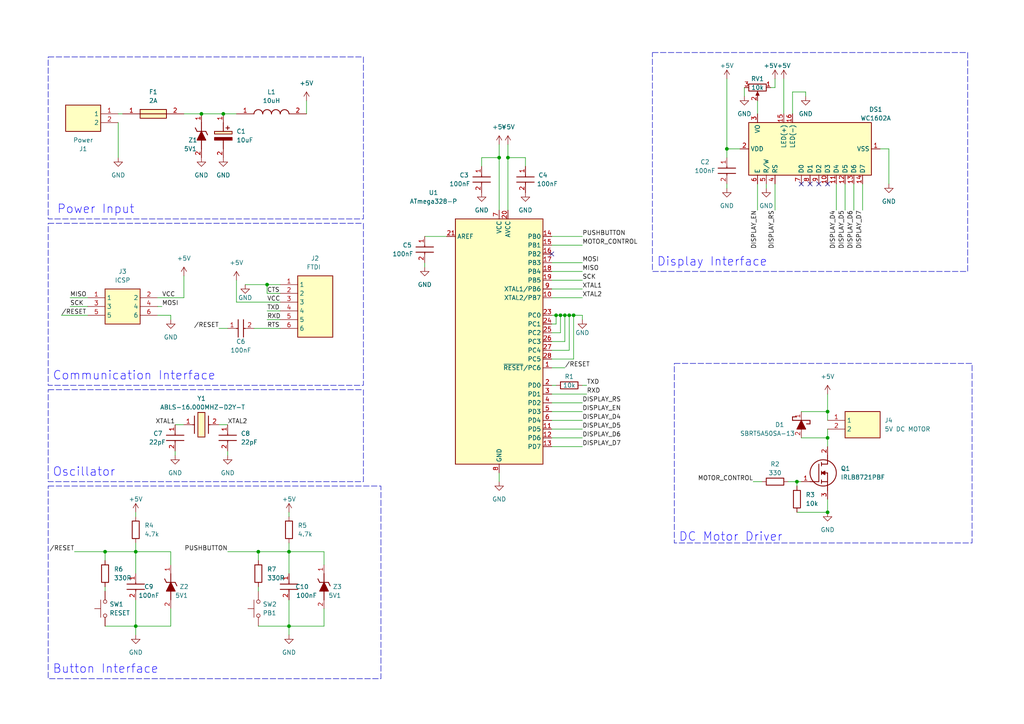
<source format=kicad_sch>
(kicad_sch (version 20230121) (generator eeschema)
  (paper "A4")
  (title_block (title "Desafio Hardware/Firmware - Sillion") (date "2023-10-09") (rev "1") (company "Leonardo da Silva Pereira"))
  (lib_symbols
    (symbol "Device:R" (pin_numbers hide) (pin_names (offset 0))
      (property "Reference" "R" (at 2.032 0 90))
      (property "Value" "R" (at 0 0 90))
      (symbol "R_1_1"
        (pin passive line (at 0 3.81 270) (length 1.27) (name "~") (number "1"))
        (pin passive line (at 0 -3.81 90) (length 1.27) (name "~") (number "2"))
      )
    )
    (symbol "Device:R_Potentiometer" (pin_names (offset 1.016) hide)
      (property "Reference" "RV" (at -4.445 0 90))
      (property "Value" "R_Potentiometer" (at -2.54 0 90))
      (symbol "R_Potentiometer_1_1"
        (pin passive line (at 0 3.81 270) (length 1.27) (name "1") (number "1"))
        (pin passive line (at 3.81 0 180) (length 1.27) (name "2") (number "2"))
        (pin passive line (at 0 -3.81 90) (length 1.27) (name "3") (number "3"))
      )
    )
    (symbol "Display_Character:WC1602A"
      (property "Reference" "DS" (at -5.842 19.05 0))
      (property "Value" "WC1602A" (at 5.334 19.05 0))
      (symbol "WC1602A_1_1"
        (pin power_in line (at 0 -20.32 90) (length 2.54) (name "VSS") (number "1"))
        (pin input line (at -10.16 -5.08 0) (length 2.54) (name "D3") (number "10"))
        (pin input line (at -10.16 -7.62 0) (length 2.54) (name "D4") (number "11"))
        (pin input line (at -10.16 -10.16 0) (length 2.54) (name "D5") (number "12"))
        (pin input line (at -10.16 -12.7 0) (length 2.54) (name "D6") (number "13"))
        (pin input line (at -10.16 -15.24 0) (length 2.54) (name "D7") (number "14"))
        (pin power_in line (at 10.16 7.62 180) (length 2.54) (name "LED(+)") (number "15"))
        (pin power_in line (at 10.16 5.08 180) (length 2.54) (name "LED(-)") (number "16"))
        (pin power_in line (at 0 20.32 270) (length 2.54) (name "VDD") (number "2"))
        (pin input line (at 10.16 15.24 180) (length 2.54) (name "VO") (number "3"))
        (pin input line (at -10.16 10.16 0) (length 2.54) (name "RS") (number "4"))
        (pin input line (at -10.16 12.7 0) (length 2.54) (name "R/W") (number "5"))
        (pin input line (at -10.16 15.24 0) (length 2.54) (name "E") (number "6"))
        (pin input line (at -10.16 2.54 0) (length 2.54) (name "D0") (number "7"))
        (pin input line (at -10.16 0 0) (length 2.54) (name "D1") (number "8"))
        (pin input line (at -10.16 -2.54 0) (length 2.54) (name "D2") (number "9"))
      )
    )
    (symbol "MCU_Microchip_ATmega:ATmega328-P"
      (property "Reference" "U" (at -12.7 36.83 0))
      (property "Value" "ATmega328-P" (at 2.54 -36.83 0))
      (symbol "ATmega328-P_1_1"
        (pin bidirectional line (at 15.24 -7.62 180) (length 2.54) (name "~{RESET}/PC6") (number "1"))
        (pin bidirectional line (at 15.24 12.7 180) (length 2.54) (name "XTAL2/PB7") (number "10"))
        (pin bidirectional line (at 15.24 -25.4 180) (length 2.54) (name "PD5") (number "11"))
        (pin bidirectional line (at 15.24 -27.94 180) (length 2.54) (name "PD6") (number "12"))
        (pin bidirectional line (at 15.24 -30.48 180) (length 2.54) (name "PD7") (number "13"))
        (pin bidirectional line (at 15.24 30.48 180) (length 2.54) (name "PB0") (number "14"))
        (pin bidirectional line (at 15.24 27.94 180) (length 2.54) (name "PB1") (number "15"))
        (pin bidirectional line (at 15.24 25.4 180) (length 2.54) (name "PB2") (number "16"))
        (pin bidirectional line (at 15.24 22.86 180) (length 2.54) (name "PB3") (number "17"))
        (pin bidirectional line (at 15.24 20.32 180) (length 2.54) (name "PB4") (number "18"))
        (pin bidirectional line (at 15.24 17.78 180) (length 2.54) (name "PB5") (number "19"))
        (pin bidirectional line (at 15.24 -12.7 180) (length 2.54) (name "PD0") (number "2"))
        (pin power_in line (at 2.54 38.1 270) (length 2.54) (name "AVCC") (number "20"))
        (pin passive line (at -15.24 30.48 0) (length 2.54) (name "AREF") (number "21"))
        (pin passive line (at 0 -38.1 90) (length 2.54) hide (name "GND") (number "22"))
        (pin bidirectional line (at 15.24 7.62 180) (length 2.54) (name "PC0") (number "23"))
        (pin bidirectional line (at 15.24 5.08 180) (length 2.54) (name "PC1") (number "24"))
        (pin bidirectional line (at 15.24 2.54 180) (length 2.54) (name "PC2") (number "25"))
        (pin bidirectional line (at 15.24 0 180) (length 2.54) (name "PC3") (number "26"))
        (pin bidirectional line (at 15.24 -2.54 180) (length 2.54) (name "PC4") (number "27"))
        (pin bidirectional line (at 15.24 -5.08 180) (length 2.54) (name "PC5") (number "28"))
        (pin bidirectional line (at 15.24 -15.24 180) (length 2.54) (name "PD1") (number "3"))
        (pin bidirectional line (at 15.24 -17.78 180) (length 2.54) (name "PD2") (number "4"))
        (pin bidirectional line (at 15.24 -20.32 180) (length 2.54) (name "PD3") (number "5"))
        (pin bidirectional line (at 15.24 -22.86 180) (length 2.54) (name "PD4") (number "6"))
        (pin power_in line (at 0 38.1 270) (length 2.54) (name "VCC") (number "7"))
        (pin power_in line (at 0 -38.1 90) (length 2.54) (name "GND") (number "8"))
        (pin bidirectional line (at 15.24 15.24 180) (length 2.54) (name "XTAL1/PB6") (number "9"))
      )
    )
    (symbol "SW_Push_1" (pin_numbers hide) (pin_names (offset 1.016) hide)
      (property "Reference" "SW1" (at 1.27 -1.27 90))
      (property "Value" "RESET" (at -1.27 -1.27 90))
      (symbol "SW_Push_1_1_1"
        (pin passive line (at -5.08 0 0) (length 2.54) (name "1") (number "1"))
        (pin passive line (at -5.08 0 0) (length 2.54) hide (name "2") (number "2"))
        (pin passive line (at 5.08 0 180) (length 2.54) (name "3") (number "3"))
        (pin passive line (at 5.08 0 180) (length 2.54) hide (name "4") (number "4"))
      )
    )
    (symbol "SamacSys_Parts:08055A220FAT2A" (pin_names hide)
      (property "Reference" "C10" (at 5.08 3.81 90))
      (property "Value" "08055A220FAT2A" (at 7.62 3.81 90))
      (symbol "08055A220FAT2A_1_1"
        (pin passive line (at 2.54 0 0) (length 2.54) (name "1") (number "1"))
        (pin passive line (at 10.16 0 180) (length 2.54) (name "2") (number "2"))
      )
    )
    (symbol "SamacSys_Parts:1731721"
      (property "Reference" "J" (at 16.51 7.62 0))
      (property "Value" "1731721" (at 16.51 5.08 0))
      (symbol "1731721_1_1"
        (pin passive line (at 0 0 0) (length 5.08) (name "1") (number "1"))
        (pin passive line (at 0 -2.54 0) (length 5.08) (name "2") (number "2"))
      )
    )
    (symbol "SamacSys_Parts:39512000000" (pin_names hide)
      (property "Reference" "F" (at 13.97 6.35 0))
      (property "Value" "39512000000" (at 13.97 3.81 0))
      (symbol "39512000000_1_1"
        (pin passive line (at 0 0 0) (length 5.08) (name "1") (number "1"))
        (pin passive line (at 17.78 0 180) (length 5.08) (name "2") (number "2"))
      )
    )
    (symbol "SamacSys_Parts:ABLS-16.000MHZ-D2Y-T" (pin_names hide)
      (property "Reference" "Y" (at 8.89 6.35 0))
      (property "Value" "ABLS-16.000MHZ-D2Y-T" (at 8.89 3.81 0))
      (symbol "ABLS-16.000MHZ-D2Y-T_1_1"
        (pin passive line (at 0 0 0) (length 2.54) (name "1") (number "1"))
        (pin passive line (at 10.16 0 180) (length 2.54) (name "2") (number "2"))
      )
    )
    (symbol "SamacSys_Parts:EEE-FTH100UAR" (pin_names hide)
      (property "Reference" "C" (at 8.89 6.35 0))
      (property "Value" "EEE-FTH100UAR" (at 8.89 3.81 0))
      (symbol "EEE-FTH100UAR_1_1"
        (pin passive line (at 0 0 0) (length 2.54) (name "+") (number "1"))
        (pin passive line (at 12.7 0 180) (length 2.54) (name "-") (number "2"))
      )
    )
    (symbol "SamacSys_Parts:HTSW-106-07-T-S"
      (property "Reference" "J" (at 16.51 7.62 0))
      (property "Value" "HTSW-106-07-T-S" (at 16.51 5.08 0))
      (symbol "HTSW-106-07-T-S_1_1"
        (pin passive line (at 0 0 0) (length 5.08) (name "1") (number "1"))
        (pin passive line (at 0 -2.54 0) (length 5.08) (name "2") (number "2"))
        (pin passive line (at 0 -5.08 0) (length 5.08) (name "3") (number "3"))
        (pin passive line (at 0 -7.62 0) (length 5.08) (name "4") (number "4"))
        (pin passive line (at 0 -10.16 0) (length 5.08) (name "5") (number "5"))
        (pin passive line (at 0 -12.7 0) (length 5.08) (name "6") (number "6"))
      )
    )
    (symbol "SamacSys_Parts:IRLB8721PBF" (pin_names hide)
      (property "Reference" "Q" (at 11.43 3.81 0))
      (property "Value" "IRLB8721PBF" (at 11.43 1.27 0))
      (symbol "IRLB8721PBF_1_1"
        (pin passive line (at 0 0 0) (length 2.54) (name "G") (number "1"))
        (pin passive line (at 7.62 10.16 270) (length 2.54) (name "D") (number "2"))
        (pin passive line (at 7.62 -5.08 90) (length 2.54) (name "S") (number "3"))
      )
    )
    (symbol "SamacSys_Parts:PTZTFTE255.1B" (pin_names hide)
      (property "Reference" "Z1" (at 6.35 3.81 90))
      (property "Value" "PTZTFTE255.1B" (at 8.89 3.81 90))
      (symbol "PTZTFTE255.1B_1_1"
        (pin passive line (at 0 0 0) (length 2.54) (name "K") (number "1"))
        (pin passive line (at 12.7 0 180) (length 2.54) (name "A") (number "2"))
      )
    )
    (symbol "SamacSys_Parts:SBRT5A50SA-13" (pin_names hide)
      (property "Reference" "D1" (at 8.89 3.81 90))
      (property "Value" "SBRT5A50SA-13" (at 11.43 3.81 90))
      (symbol "SBRT5A50SA-13_1_1"
        (pin passive line (at 5.08 0 0) (length 2.54) (name "K") (number "1"))
        (pin passive line (at 12.7 0 180) (length 2.54) (name "A") (number "2"))
      )
    )
    (symbol "SamacSys_Parts:SRP4012CC-3R3M" (pin_names hide)
      (property "Reference" "L" (at 16.51 6.35 0))
      (property "Value" "SRP4012CC-3R3M" (at 16.51 3.81 0))
      (symbol "SRP4012CC-3R3M_1_1"
        (pin passive line (at 0 0 0) (length 5.08) (name "1") (number "1"))
        (pin passive line (at 20.32 0 180) (length 5.08) (name "2") (number "2"))
      )
    )
    (symbol "SamacSys_Parts:TSW-103-23-T-D"
      (property "Reference" "J" (at 16.51 7.62 0))
      (property "Value" "TSW-103-23-T-D" (at 16.51 5.08 0))
      (symbol "TSW-103-23-T-D_1_1"
        (pin passive line (at 0 0 0) (length 5.08) (name "1") (number "1"))
        (pin passive line (at 20.32 0 180) (length 5.08) (name "2") (number "2"))
        (pin passive line (at 0 -2.54 0) (length 5.08) (name "3") (number "3"))
        (pin passive line (at 20.32 -2.54 180) (length 5.08) (name "4") (number "4"))
        (pin passive line (at 0 -5.08 0) (length 5.08) (name "5") (number "5"))
        (pin passive line (at 20.32 -5.08 180) (length 5.08) (name "6") (number "6"))
      )
    )
    (symbol "SamacSys_Parts:VJ0805Y104MXAMR" (pin_names hide)
      (property "Reference" "C6" (at 6.35 7.62 0))
      (property "Value" "VJ0805Y104MXAMR" (at 6.35 5.08 0))
      (symbol "VJ0805Y104MXAMR_1_1"
        (pin passive line (at 2.54 0 0) (length 2.54) (name "1") (number "1"))
        (pin passive line (at 10.16 0 180) (length 2.54) (name "2") (number "2"))
      )
    )
    (symbol "power:+5V" (power) (pin_names (offset 0))
      (property "Value" "+5V" (at 0 3.556 0))
      (symbol "+5V_1_1"
        (pin power_in line (at 0 0 90) (length 0) hide (name "+5V") (number "1"))
      )
    )
    (symbol "power:GND" (power) (pin_names (offset 0))
      (property "Value" "GND" (at 0 -3.81 0))
      (symbol "GND_1_1"
        (pin power_in line (at 0 0 270) (length 0) hide (name "GND") (number "1"))
      )
    )
  )
  (junction (at 166.37 91.44))
  (junction (at 231.14 139.7))
  (junction (at 83.82 160.02))
  (junction (at 77.47 82.55))
  (junction (at 240.03 148.59))
  (junction (at 39.37 181.61))
  (junction (at 163.83 91.44))
  (junction (at 210.82 43.18))
  (junction (at 144.78 45.72))
  (junction (at 64.77 33.02))
  (junction (at 147.32 45.72))
  (junction (at 30.48 160.02))
  (junction (at 161.29 91.44))
  (junction (at 165.1 91.44))
  (junction (at 83.82 181.61))
  (junction (at 240.03 119.38))
  (junction (at 39.37 160.02))
  (junction (at 74.93 160.02))
  (junction (at 240.03 127))
  (junction (at 162.56 91.44))
  (junction (at 58.42 33.02))
  (no_connect (at 232.41 53.34))
  (no_connect (at 237.49 53.34))
  (no_connect (at 160.02 73.66))
  (no_connect (at 234.95 53.34))
  (no_connect (at 240.03 53.34))
  (wire (pts (xy 231.14 139.7) (xy 231.14 140.97)))
  (wire (pts (xy 240.03 144.78) (xy 240.03 148.59)))
  (wire (pts (xy 21.59 160.02) (xy 30.48 160.02)))
  (wire (pts (xy 50.8 130.81) (xy 50.8 132.08)))
  (wire (pts (xy 81.28 87.63) (xy 68.58 87.63)))
  (wire (pts (xy 39.37 157.48) (xy 39.37 160.02)))
  (wire (pts (xy 39.37 160.02) (xy 49.53 160.02)))
  (wire (pts (xy 240.03 127) (xy 240.03 129.54)))
  (wire (pts (xy 64.77 33.02) (xy 68.58 33.02)))
  (wire (pts (xy 77.47 85.09) (xy 77.47 82.55)))
  (wire (pts (xy 160.02 101.6) (xy 165.1 101.6)))
  (wire (pts (xy 49.53 91.44) (xy 49.53 92.71)))
  (wire (pts (xy 34.29 35.56) (xy 34.29 45.72)))
  (wire (pts (xy 160.02 106.68) (xy 163.83 106.68)))
  (wire (pts (xy 232.41 127) (xy 240.03 127)))
  (wire (pts (xy 83.82 160.02) (xy 83.82 166.37)))
  (wire (pts (xy 231.14 139.7) (xy 232.41 139.7)))
  (wire (pts (xy 222.25 53.34) (xy 222.25 54.61)))
  (wire (pts (xy 53.34 123.19) (xy 50.8 123.19)))
  (wire (pts (xy 45.72 86.36) (xy 53.34 86.36)))
  (wire (pts (xy 77.47 92.71) (xy 81.28 92.71)))
  (wire (pts (xy 168.91 111.76) (xy 170.18 111.76)))
  (wire (pts (xy 123.19 68.58) (xy 129.54 68.58)))
  (wire (pts (xy 88.9 29.21) (xy 88.9 33.02)))
  (wire (pts (xy 83.82 160.02) (xy 93.98 160.02)))
  (wire (pts (xy 93.98 163.83) (xy 93.98 160.02)))
  (wire (pts (xy 53.34 33.02) (xy 58.42 33.02)))
  (wire (pts (xy 228.6 139.7) (xy 231.14 139.7)))
  (wire (pts (xy 30.48 160.02) (xy 39.37 160.02)))
  (wire (pts (xy 160.02 104.14) (xy 166.37 104.14)))
  (wire (pts (xy 39.37 173.99) (xy 39.37 181.61)))
  (wire (pts (xy 66.04 160.02) (xy 74.93 160.02)))
  (wire (pts (xy 168.91 92.71) (xy 168.91 91.44)))
  (wire (pts (xy 210.82 43.18) (xy 210.82 22.86)))
  (wire (pts (xy 144.78 60.96) (xy 144.78 45.72)))
  (wire (pts (xy 227.33 22.86) (xy 227.33 33.02)))
  (wire (pts (xy 74.93 171.45) (xy 74.93 170.18)))
  (wire (pts (xy 20.32 88.9) (xy 25.4 88.9)))
  (wire (pts (xy 160.02 116.84) (xy 168.91 116.84)))
  (wire (pts (xy 49.53 160.02) (xy 49.53 163.83)))
  (wire (pts (xy 161.29 111.76) (xy 160.02 111.76)))
  (wire (pts (xy 224.79 25.4) (xy 223.52 25.4)))
  (wire (pts (xy 160.02 78.74) (xy 168.91 78.74)))
  (wire (pts (xy 224.79 53.34) (xy 224.79 60.96)))
  (wire (pts (xy 219.71 53.34) (xy 219.71 60.96)))
  (wire (pts (xy 147.32 60.96) (xy 147.32 45.72)))
  (wire (pts (xy 45.72 91.44) (xy 49.53 91.44)))
  (wire (pts (xy 81.28 85.09) (xy 77.47 85.09)))
  (wire (pts (xy 247.65 53.34) (xy 247.65 60.96)))
  (wire (pts (xy 74.93 162.56) (xy 74.93 160.02)))
  (wire (pts (xy 144.78 41.91) (xy 144.78 45.72)))
  (wire (pts (xy 240.03 114.3) (xy 240.03 119.38)))
  (wire (pts (xy 162.56 91.44) (xy 161.29 91.44)))
  (wire (pts (xy 63.5 95.25) (xy 66.04 95.25)))
  (wire (pts (xy 83.82 173.99) (xy 83.82 181.61)))
  (wire (pts (xy 34.29 33.02) (xy 35.56 33.02)))
  (wire (pts (xy 160.02 96.52) (xy 162.56 96.52)))
  (wire (pts (xy 257.81 43.18) (xy 257.81 53.34)))
  (wire (pts (xy 123.19 76.2) (xy 123.19 77.47)))
  (wire (pts (xy 163.83 99.06) (xy 163.83 91.44)))
  (wire (pts (xy 240.03 119.38) (xy 240.03 121.92)))
  (wire (pts (xy 49.53 176.53) (xy 49.53 181.61)))
  (wire (pts (xy 77.47 82.55) (xy 81.28 82.55)))
  (wire (pts (xy 160.02 76.2) (xy 168.91 76.2)))
  (wire (pts (xy 74.93 181.61) (xy 83.82 181.61)))
  (wire (pts (xy 160.02 83.82) (xy 168.91 83.82)))
  (wire (pts (xy 210.82 43.18) (xy 210.82 45.72)))
  (wire (pts (xy 215.9 27.94) (xy 215.9 25.4)))
  (wire (pts (xy 39.37 181.61) (xy 49.53 181.61)))
  (wire (pts (xy 71.12 82.55) (xy 77.47 82.55)))
  (wire (pts (xy 63.5 123.19) (xy 66.04 123.19)))
  (wire (pts (xy 83.82 181.61) (xy 93.98 181.61)))
  (wire (pts (xy 147.32 41.91) (xy 147.32 45.72)))
  (wire (pts (xy 160.02 81.28) (xy 168.91 81.28)))
  (wire (pts (xy 160.02 71.12) (xy 168.91 71.12)))
  (wire (pts (xy 210.82 53.34) (xy 210.82 54.61)))
  (wire (pts (xy 233.68 26.67) (xy 233.68 27.94)))
  (wire (pts (xy 93.98 176.53) (xy 93.98 181.61)))
  (wire (pts (xy 66.04 130.81) (xy 66.04 132.08)))
  (wire (pts (xy 160.02 127) (xy 168.91 127)))
  (wire (pts (xy 232.41 119.38) (xy 240.03 119.38)))
  (wire (pts (xy 165.1 91.44) (xy 163.83 91.44)))
  (wire (pts (xy 229.87 33.02) (xy 229.87 26.67)))
  (wire (pts (xy 214.63 43.18) (xy 210.82 43.18)))
  (wire (pts (xy 45.72 88.9) (xy 46.99 88.9)))
  (wire (pts (xy 83.82 181.61) (xy 83.82 184.15)))
  (wire (pts (xy 166.37 104.14) (xy 166.37 91.44)))
  (wire (pts (xy 242.57 53.34) (xy 242.57 60.96)))
  (wire (pts (xy 39.37 160.02) (xy 39.37 166.37)))
  (wire (pts (xy 144.78 137.16) (xy 144.78 139.7)))
  (wire (pts (xy 166.37 91.44) (xy 165.1 91.44)))
  (wire (pts (xy 74.93 160.02) (xy 83.82 160.02)))
  (wire (pts (xy 58.42 33.02) (xy 64.77 33.02)))
  (wire (pts (xy 160.02 114.3) (xy 170.18 114.3)))
  (wire (pts (xy 160.02 129.54) (xy 168.91 129.54)))
  (wire (pts (xy 168.91 91.44) (xy 166.37 91.44)))
  (wire (pts (xy 160.02 68.58) (xy 168.91 68.58)))
  (wire (pts (xy 160.02 86.36) (xy 168.91 86.36)))
  (wire (pts (xy 30.48 171.45) (xy 30.48 170.18)))
  (wire (pts (xy 250.19 53.34) (xy 250.19 60.96)))
  (wire (pts (xy 152.4 45.72) (xy 152.4 48.26)))
  (wire (pts (xy 162.56 96.52) (xy 162.56 91.44)))
  (wire (pts (xy 73.66 95.25) (xy 81.28 95.25)))
  (wire (pts (xy 139.7 45.72) (xy 144.78 45.72)))
  (wire (pts (xy 39.37 181.61) (xy 39.37 184.15)))
  (wire (pts (xy 160.02 124.46) (xy 168.91 124.46)))
  (wire (pts (xy 68.58 81.28) (xy 68.58 87.63)))
  (wire (pts (xy 39.37 148.59) (xy 39.37 149.86)))
  (wire (pts (xy 245.11 53.34) (xy 245.11 60.96)))
  (wire (pts (xy 240.03 124.46) (xy 240.03 127)))
  (wire (pts (xy 30.48 162.56) (xy 30.48 160.02)))
  (wire (pts (xy 83.82 157.48) (xy 83.82 160.02)))
  (wire (pts (xy 83.82 148.59) (xy 83.82 149.86)))
  (wire (pts (xy 160.02 93.98) (xy 161.29 93.98)))
  (wire (pts (xy 77.47 90.17) (xy 81.28 90.17)))
  (wire (pts (xy 20.32 86.36) (xy 25.4 86.36)))
  (wire (pts (xy 160.02 121.92) (xy 168.91 121.92)))
  (wire (pts (xy 229.87 26.67) (xy 233.68 26.67)))
  (wire (pts (xy 30.48 181.61) (xy 39.37 181.61)))
  (wire (pts (xy 255.27 43.18) (xy 257.81 43.18)))
  (wire (pts (xy 165.1 101.6) (xy 165.1 91.44)))
  (wire (pts (xy 53.34 86.36) (xy 53.34 80.01)))
  (wire (pts (xy 218.44 139.7) (xy 220.98 139.7)))
  (wire (pts (xy 160.02 99.06) (xy 163.83 99.06)))
  (wire (pts (xy 139.7 45.72) (xy 139.7 48.26)))
  (wire (pts (xy 147.32 45.72) (xy 152.4 45.72)))
  (wire (pts (xy 160.02 119.38) (xy 168.91 119.38)))
  (wire (pts (xy 219.71 33.02) (xy 219.71 29.21)))
  (wire (pts (xy 161.29 93.98) (xy 161.29 91.44)))
  (wire (pts (xy 17.78 91.44) (xy 25.4 91.44)))
  (wire (pts (xy 161.29 91.44) (xy 160.02 91.44)))
  (wire (pts (xy 224.79 25.4) (xy 224.79 22.86)))
  (wire (pts (xy 231.14 148.59) (xy 240.03 148.59)))
  (wire (pts (xy 163.83 91.44) (xy 162.56 91.44)))
  (rectangle (start 13.97 64.77) (end 105.41 111.76) (stroke (width 0) (type dash)))
  (rectangle (start 13.97 16.51) (end 105.41 63.5) (stroke (width 0) (type dash)))
  (rectangle (start 13.97 113.03) (end 105.41 139.7) (stroke (width 0) (type dash)))
  (rectangle (start 195.58 105.41) (end 281.94 157.48) (stroke (width 0) (type dash)))
  (rectangle (start 13.97 140.97) (end 110.49 196.85) (stroke (width 0) (type dash)))
  (rectangle (start 189.23 15.24) (end 280.67 78.74) (stroke (width 0) (type dash)))
  (text "Display Interface\n" (at 190.5 77.47 0) (effects (font (size 2.5 2.5)) (justify left bottom)))
  (text "Oscillator\n" (at 15.24 138.43 0) (effects (font (size 2.5 2.5)) (justify left bottom)))
  (text "DC Motor Driver\n\n" (at 196.85 161.29 0) (effects (font (size 2.5 2.5)) (justify left bottom)))
  (text "Communication Interface" (at 15.24 110.49 0) (effects (font (size 2.5 2.5)) (justify left bottom)))
  (text "Button Interface\n" (at 15.24 195.58 0) (effects (font (size 2.5 2.5)) (justify left bottom)))
  (text "Power Input\n" (at 16.51 62.23 0) (effects (font (size 2.5 2.5)) (justify left bottom)))
  (label "DISPLAY_D4" (at 168.91 121.92 0))
  (label "TXD" (at 77.47 90.17 0))
  (label "TXD" (at 170.18 111.76 0))
  (label "VCC" (at 46.99 86.36 0))
  (label "MISO" (at 20.32 86.36 0))
  (label "SCK" (at 168.91 81.28 0))
  (label "DISPLAY_EN" (at 168.91 119.38 0))
  (label "{slash}RESET" (at 17.78 91.44 0))
  (label "DISPLAY_D7" (at 168.91 129.54 0))
  (label "DISPLAY_D6" (at 247.65 60.96 270))
  (label "MOTOR_CONTROL" (at 168.91 71.12 0))
  (label "DISPLAY_D5" (at 168.91 124.46 0))
  (label "MOSI" (at 46.99 88.9 0))
  (label "DISPLAY_D4" (at 242.57 60.96 270))
  (label "XTAL1" (at 168.91 83.82 0))
  (label "{slash}RESET" (at 21.59 160.02 180))
  (label "DISPLAY_D5" (at 245.11 60.96 270))
  (label "VCC" (at 77.47 87.63 0))
  (label "XTAL1" (at 50.8 123.19 180))
  (label "DISPLAY_D7" (at 250.19 60.96 270))
  (label "DISPLAY_EN" (at 219.71 60.96 270))
  (label "MOTOR_CONTROL" (at 218.44 139.7 180))
  (label "RXD" (at 170.18 114.3 0))
  (label "MOSI" (at 168.91 76.2 0))
  (label "RXD" (at 77.47 92.71 0))
  (label "{slash}RESET" (at 163.83 106.68 0))
  (label "SCK" (at 20.32 88.9 0))
  (label "DISPLAY_RS" (at 224.79 60.96 270))
  (label "RTS" (at 77.47 95.25 0))
  (label "XTAL2" (at 168.91 86.36 0))
  (label "PUSHBUTTON" (at 66.04 160.02 180))
  (label "CTS" (at 77.47 85.09 0))
  (label "{slash}RESET" (at 63.5 95.25 180))
  (label "XTAL2" (at 66.04 123.19 0))
  (label "MISO" (at 168.91 78.74 0))
  (label "PUSHBUTTON" (at 168.91 68.58 0))
  (label "DISPLAY_D6" (at 168.91 127 0))
  (label "DISPLAY_RS" (at 168.91 116.84 0))
  (symbol (lib_id "SamacSys_Parts:ABLS-16.000MHZ-D2Y-T") (at 53.34 123.19 0) (unit 1)
    (property "Reference" "Y1" (at 59.69 115.57 0) (effects (justify right)))
    (property "Value" "ABLS-16.000MHZ-D2Y-T" (at 71.12 118.11 0) (effects (justify right)))
    (property "Footprint" "SamacSys_Parts:ABLS" (effects hide))
    (property "Datasheet" "https://abracon.com/Resonators/abls.pdf" (effects hide))
    (property "Mouser Part Number" "815-ABLS16MHZD2YT" (effects hide))
    (property "Mouser Price/Stock" "https://www.mouser.co.uk/ProductDetail/ABRACON/ABLS-16.000MHZ-D2Y-T?qs=wnTfsH77Xs6iK%252Bz0SxbbgA%3D%3D" (effects hide))
    (property "Manufacturer_Name" "ABRACON" (effects hide))
    (property "Manufacturer_Part_Number" "ABLS-16.000MHZ-D2Y-T" (effects hide))
  )
  (symbol (lib_id "Device:R") (at 231.14 144.78 180) (unit 1)
    (property "Reference" "R3" (at 233.68 143.51 0) (effects (justify right)))
    (property "Value" "10k" (at 233.68 146.05 0) (effects (justify right)))
    (property "Footprint" "Resistor_SMD:R_0805_2012Metric" (effects hide))
    (property "Datasheet" "https://br.mouser.com/datasheet/2/447/PYu_RP_51_RoHS_L_0-3071169.pdf" (effects hide))
    (property "Manufacturer_Name" "YAGEO" (effects hide))
    (property "Manufacturer_Part_Number" "RP0805BRD0710KL" (effects hide))
    (property "Mouser Part Number" "603-RP0805BRD0710KL" (effects hide))
    (property "Mouser Price/Stock" "https://br.mouser.com/ProductDetail/YAGEO/RP0805BRD0710KL?qs=sGAEpiMZZMvdGkrng054t2cqbZCzJY7NPvDOTO3XcCh%252BqMosl7N0Zg%3D%3D" (effects hide))
  )
  (symbol (lib_id "power:GND") (at 49.53 92.71 0) (unit 1)
    (property "Reference" "#PWR021" (effects hide))
    (property "Value" "GND" (at 49.53 97.79 0))
  )
  (symbol (lib_id "power:GND") (at 168.91 92.71 0) (unit 1)
    (property "Reference" "#PWR022" (effects hide))
    (property "Value" "GND" (at 168.91 96.52 0))
  )
  (symbol (lib_id "power:GND") (at 233.68 27.94 0) (unit 1)
    (property "Reference" "#PWR05" (effects hide))
    (property "Value" "GND" (at 233.68 33.02 0))
  )
  (symbol (lib_id "power:GND") (at 71.12 82.55 0) (unit 1)
    (property "Reference" "#PWR020" (effects hide))
    (property "Value" "GND" (at 71.12 86.36 0))
  )
  (symbol (lib_id "SamacSys_Parts:TSW-103-23-T-D") (at 25.4 86.36 0) (unit 1)
    (property "Reference" "J3" (at 35.56 78.74 0))
    (property "Value" "ICSP" (at 35.56 81.28 0))
    (property "Footprint" "SamacSys_Parts:HDRV6W64P254_2X3_762X508X838P" (effects hide))
    (property "Datasheet" "http://suddendocs.samtec.com/catalog_english/tsw_th.pdf" (effects hide))
    (property "Height" "8.38" (effects hide))
    (property "Manufacturer_Name" "SAMTEC" (effects hide))
    (property "Manufacturer_Part_Number" "TSW-103-23-T-D" (effects hide))
  )
  (symbol (lib_id "SamacSys_Parts:PTZTFTE255.1B") (at 58.42 33.02 270) (unit 1)
    (property "Reference" "Z1" (at 54.61 40.64 90) (effects (justify left)))
    (property "Value" "5V1" (at 53.34 43.18 90) (effects (justify left)))
    (property "Footprint" "SamacSys_Parts:PTZTFTE2551B" (effects hide))
    (property "Datasheet" "https://fscdn.rohm.com/en/products/databook/datasheet/discrete/diode/zener/ptztfte255.1b-e.pdf" (effects hide))
    (property "Height" "2.2" (effects hide))
    (property "Mouser Part Number" "755-PTZTFTE255.1B" (effects hide))
    (property "Mouser Price/Stock" "https://www.mouser.co.uk/ProductDetail/ROHM-Semiconductor/PTZTFTE255.1B?qs=4v%252BiZTmLVHHthjeDndbvsg%3D%3D" (effects hide))
    (property "Manufacturer_Name" "ROHM Semiconductor" (effects hide))
    (property "Manufacturer_Part_Number" "PTZTFTE255.1B" (effects hide))
  )
  (symbol (lib_id "power:GND") (at 144.78 139.7 0) (unit 1)
    (property "Reference" "#PWR026" (effects hide))
    (property "Value" "GND" (at 144.78 144.78 0))
  )
  (symbol (lib_id "Device:R_Potentiometer") (at 219.71 25.4 270) (unit 1)
    (property "Reference" "RV1" (at 219.71 22.86 90))
    (property "Value" "10k" (at 219.71 25.4 90))
    (property "Footprint" "SamacSys_Parts:PVG5A100C03R00" (effects hide))
    (property "Datasheet" "https://br.mouser.com/datasheet/2/54/pvg5-907351.pdf" (effects hide))
    (property "Manufacturer_Name" "Bourns" (effects hide))
    (property "Manufacturer_Part_Number" "PVG5A100C03R00" (effects hide))
    (property "Mouser Part Number" "81-PVG5A100C03R00" (effects hide))
    (property "Mouser Price/Stock" "https://br.mouser.com/ProductDetail/Bourns/PVG5A100C03R00?qs=K6aI6PsrKE12PjwO8l78Rg%3D%3D" (effects hide))
  )
  (symbol (lib_id "power:+5V") (at 144.78 41.91 0) (unit 1)
    (property "Reference" "#PWR07" (effects hide))
    (property "Value" "+5V" (at 144.78 36.83 0))
  )
  (symbol (lib_id "power:GND") (at 83.82 184.15 0) (unit 1)
    (property "Reference" "#PWR031" (effects hide))
    (property "Value" "GND" (at 83.82 189.23 0))
  )
  (symbol (lib_id "Device:R") (at 74.93 166.37 0) (unit 1)
    (property "Reference" "R7" (at 77.47 165.1 0) (effects (justify left)))
    (property "Value" "330R" (at 77.47 167.64 0) (effects (justify left)))
    (property "Footprint" "Resistor_SMD:R_0805_2012Metric" (effects hide))
    (property "Datasheet" "~https://www.rohm.com/datasheet?p=SDR10EZPJ&dist=Mouser&media=referral&source=mouser.com&campaign=Mouser" (effects hide))
    (property "Manufacturer_Name" "ROHM Semiconductor" (effects hide))
    (property "Manufacturer_Part_Number" "SDR10EZPJ331" (effects hide))
    (property "Mouser Part Number" "755-SDR10EZPJ331" (effects hide))
    (property "Mouser Price/Stock" "https://www.rohm.com/datasheet?p=SDR10EZPJ&dist=Mouser&media=referral&source=mouser.com&campaign=Mouser" (effects hide))
  )
  (symbol (lib_id "power:GND") (at 34.29 45.72 0) (unit 1)
    (property "Reference" "#PWR09" (effects hide))
    (property "Value" "GND" (at 34.29 50.8 0))
  )
  (symbol (lib_id "power:+5V") (at 147.32 41.91 0) (unit 1)
    (property "Reference" "#PWR08" (effects hide))
    (property "Value" "+5V" (at 147.32 36.83 0))
  )
  (symbol (lib_id "SamacSys_Parts:HTSW-106-07-T-S") (at 81.28 82.55 0) (unit 1)
    (property "Reference" "J2" (at 90.17 74.93 0) (effects (justify left)))
    (property "Value" "FTDI" (at 88.9 77.47 0) (effects (justify left)))
    (property "Footprint" "SamacSys_Parts:HDRV6W64P0X254_1X6_1524X254X838P" (effects hide))
    (property "Datasheet" "http://suddendocs.samtec.com/catalog_english/htsw_th.pdf" (effects hide))
    (property "Height" "8.38" (effects hide))
    (property "Mouser Part Number" "200-HTSW10607TS" (effects hide))
    (property "Mouser Price/Stock" "https://www.mouser.co.uk/ProductDetail/Samtec/HTSW-106-07-T-S?qs=0lQeLiL1qyaHcVArKisLKg%3D%3D" (effects hide))
    (property "Manufacturer_Name" "SAMTEC" (effects hide))
    (property "Manufacturer_Part_Number" "HTSW-106-07-T-S" (effects hide))
  )
  (symbol (lib_id "power:GND") (at 240.03 148.59 0) (unit 1)
    (property "Reference" "#PWR029" (effects hide))
    (property "Value" "GND" (at 240.03 153.67 0))
  )
  (symbol (lib_name "SW_Push_1") (lib_id "Switch:SW_Push") (at 74.93 176.53 90) (unit 1)
    (property "Reference" "SW2" (at 76.2 175.26 90) (effects (justify right)))
    (property "Value" "PB1" (at 76.2 177.8 90) (effects (justify right)))
    (property "Footprint" "SamacSys_Parts:TS026643BK260LCRD" (effects hide))
    (property "Datasheet" "https://br.mouser.com/datasheet/2/670/ts02-2586188.pdf" (effects hide))
    (property "Manufacture_Part_Number" "TS02-66-43-BK-260-LCR-D" (effects hide))
    (property "Manufacturer_Name" "CUI Devices" (effects hide))
    (property "Manufacturer_Part_Number" "TS02-66-43-BK-260-LCR-D" (effects hide))
    (property "Mouser Part Number" "179-TS026643BK260LCR" (effects hide))
    (property "Mouser Price/Stock" "https://br.mouser.com/ProductDetail/CUI-Devices/TS02-66-43-BK-260-LCR-D?qs=A6eO%252BMLsxmQi%252BNuzcShOvg%3D%3D" (effects hide))
  )
  (symbol (lib_id "power:+5V") (at 39.37 148.59 0) (unit 1)
    (property "Reference" "#PWR027" (effects hide))
    (property "Value" "+5V" (at 39.37 144.78 0))
  )
  (symbol (lib_id "power:+5V") (at 227.33 22.86 0) (unit 1)
    (property "Reference" "#PWR03" (effects hide))
    (property "Value" "+5V" (at 227.33 19.05 0))
  )
  (symbol (lib_id "power:+5V") (at 68.58 81.28 0) (unit 1)
    (property "Reference" "#PWR019" (effects hide))
    (property "Value" "+5V" (at 68.58 76.2 0))
  )
  (symbol (lib_id "SamacSys_Parts:IRLB8721PBF") (at 232.41 139.7 0) (unit 1)
    (property "Reference" "Q1" (at 243.84 135.89 0) (effects (justify left)))
    (property "Value" "IRLB8721PBF" (at 243.84 138.43 0) (effects (justify left)))
    (property "Footprint" "SamacSys_Parts:TO254P483X1016X1994-3P" (effects hide))
    (property "Datasheet" "https://br.mouser.com/datasheet/2/196/Infineon_IRLB8721_DataSheet_v01_01_EN-3166571.pdf" (effects hide))
    (property "Height" "4.83" (effects hide))
    (property "Mouser Part Number" "942-IRLB8721PBF" (effects hide))
    (property "Mouser Price/Stock" "https://www.mouser.co.uk/ProductDetail/Infineon-Technologies/IRLB8721PBF?qs=9%252BKlkBgLFf0T58WYx%2FAl5A%3D%3D" (effects hide))
    (property "Manufacturer_Name" "Infineon" (effects hide))
    (property "Manufacturer_Part_Number" "IRLB8721PBF" (effects hide))
  )
  (symbol (lib_name "SW_Push_1") (lib_id "Switch:SW_Push") (at 30.48 176.53 90) (unit 1)
    (property "Reference" "SW1" (at 31.75 175.26 90) (effects (justify right)))
    (property "Value" "RESET" (at 31.75 177.8 90) (effects (justify right)))
    (property "Footprint" "SamacSys_Parts:TS026643BK260LCRD" (effects hide))
    (property "Datasheet" "https://br.mouser.com/datasheet/2/670/ts02-2586188.pdf" (effects hide))
    (property "Manufacture_Part_Number" "TS02-66-43-BK-260-LCR-D" (effects hide))
    (property "Manufacturer_Name" "CUI Devices" (effects hide))
    (property "Manufacturer_Part_Number" "TS02-66-43-BK-260-LCR-D" (effects hide))
    (property "Mouser Part Number" "179-TS026643BK260LCR" (effects hide))
    (property "Mouser Price/Stock" "https://br.mouser.com/ProductDetail/CUI-Devices/TS02-66-43-BK-260-LCR-D?qs=A6eO%252BMLsxmQi%252BNuzcShOvg%3D%3D" (effects hide))
  )
  (symbol (lib_id "power:GND") (at 222.25 54.61 0) (unit 1)
    (property "Reference" "#PWR014" (effects hide))
    (property "Value" "GND" (at 222.25 59.69 0))
  )
  (symbol (lib_id "Device:R") (at 165.1 111.76 90) (unit 1)
    (property "Reference" "R1" (at 165.1 109.22 90))
    (property "Value" "10k" (at 165.1 111.76 90))
    (property "Footprint" "Resistor_SMD:R_0805_2012Metric" (effects hide))
    (property "Datasheet" "https://br.mouser.com/datasheet/2/447/PYu_RP_51_RoHS_L_0-3071169.pdf" (effects hide))
    (property "Manufacturer_Name" "YAGEO" (effects hide))
    (property "Manufacturer_Part_Number" "RP0805BRD0710KL" (effects hide))
    (property "Mouser Part Number" "603-RP0805BRD0710KL" (effects hide))
    (property "Mouser Price/Stock" "https://br.mouser.com/ProductDetail/YAGEO/RP0805BRD0710KL?qs=sGAEpiMZZMvdGkrng054t2cqbZCzJY7NPvDOTO3XcCh%252BqMosl7N0Zg%3D%3D" (effects hide))
  )
  (symbol (lib_id "SamacSys_Parts:VJ0805Y104MXAMR") (at 123.19 66.04 270) (unit 1)
    (property "Reference" "C5" (at 118.11 71.12 90))
    (property "Value" "100nF" (at 116.84 73.66 90))
    (property "Footprint" "SamacSys_Parts:CAPC2012X145N" (effects hide))
    (property "Datasheet" "http://www.vishay.com/docs/45226/vj31xrohsautomlcc.pdf" (effects hide))
    (property "Height" "1.45" (effects hide))
    (property "Mouser Part Number" "77-VJ0805Y104MXAMR" (effects hide))
    (property "Mouser Price/Stock" "https://www.mouser.co.uk/ProductDetail/Vishay-Vitramon/VJ0805Y104MXAMR?qs=tXmISY13bxfWmt89zxE%2FDw%3D%3D" (effects hide))
    (property "Manufacturer_Name" "Vishay" (effects hide))
    (property "Manufacturer_Part_Number" "VJ0805Y104MXAMR" (effects hide))
  )
  (symbol (lib_id "SamacSys_Parts:PTZTFTE255.1B") (at 49.53 163.83 270) (unit 1)
    (property "Reference" "Z2" (at 52.07 170.18 90) (effects (justify left)))
    (property "Value" "5V1" (at 50.8 172.72 90) (effects (justify left)))
    (property "Footprint" "SamacSys_Parts:PTZTFTE2551B" (effects hide))
    (property "Datasheet" "https://fscdn.rohm.com/en/products/databook/datasheet/discrete/diode/zener/ptztfte255.1b-e.pdf" (effects hide))
    (property "Height" "2.2" (effects hide))
    (property "Mouser Part Number" "755-PTZTFTE255.1B" (effects hide))
    (property "Mouser Price/Stock" "https://www.mouser.co.uk/ProductDetail/ROHM-Semiconductor/PTZTFTE255.1B?qs=4v%252BiZTmLVHHthjeDndbvsg%3D%3D" (effects hide))
    (property "Manufacturer_Name" "ROHM Semiconductor" (effects hide))
    (property "Manufacturer_Part_Number" "PTZTFTE255.1B" (effects hide))
  )
  (symbol (lib_id "SamacSys_Parts:39512000000") (at 35.56 33.02 0) (unit 1)
    (property "Reference" "F1" (at 44.45 26.67 0))
    (property "Value" "2A" (at 44.45 29.21 0))
    (property "Footprint" "SamacSys_Parts:39512000000" (effects hide))
    (property "Datasheet" "https://www.littelfuse.com/~/media/electronics/datasheets/fuses/littelfuse_fuse_395_datasheet.pdf.pdf" (effects hide))
    (property "Height" "8" (effects hide))
    (property "Mouser Part Number" "576-3951200000" (effects hide))
    (property "Mouser Price/Stock" "https://www.mouser.co.uk/ProductDetail/Littelfuse/39512000000?qs=bEWkMhb0NhMa1wvI8W3uTQ%3D%3D" (effects hide))
    (property "Manufacturer_Name" "LITTELFUSE" (effects hide))
    (property "Manufacturer_Part_Number" "39512000000" (effects hide))
  )
  (symbol (lib_id "power:GND") (at 257.81 53.34 0) (unit 1)
    (property "Reference" "#PWR012" (effects hide))
    (property "Value" "GND" (at 257.81 58.42 0))
  )
  (symbol (lib_id "Device:R") (at 83.82 153.67 0) (unit 1)
    (property "Reference" "R5" (at 86.36 152.4 0) (effects (justify left)))
    (property "Value" "4.7k" (at 86.36 154.94 0) (effects (justify left)))
    (property "Footprint" "Resistor_SMD:R_0805_2012Metric" (effects hide))
    (property "Datasheet" "~https://br.mouser.com/datasheet/2/315/Panasonic_01052021_Resistor_Thick_FIlm_HI_Temp_ERJ-1950704.pdf" (effects hide))
    (property "Manufacturer_Name" "Panasonic" (effects hide))
    (property "Manufacturer_Part_Number" "ERJ-HP6D4701V" (effects hide))
    (property "Mouser Part Number" "667-ERJ-HP6D4701V" (effects hide))
    (property "Mouser Price/Stock" "https://br.mouser.com/ProductDetail/Panasonic/ERJ-HP6D4701V?qs=sGAEpiMZZMvdGkrng054twKDKoBh%252Bscn%2F9z0QBkeviTJN3ramprp5w%3D%3D" (effects hide))
  )
  (symbol (lib_id "power:GND") (at 152.4 55.88 0) (unit 1)
    (property "Reference" "#PWR016" (effects hide))
    (property "Value" "GND" (at 152.4 60.96 0))
  )
  (symbol (lib_id "power:+5V") (at 83.82 148.59 0) (unit 1)
    (property "Reference" "#PWR028" (effects hide))
    (property "Value" "+5V" (at 83.82 144.78 0))
  )
  (symbol (lib_id "power:GND") (at 210.82 54.61 0) (unit 1)
    (property "Reference" "#PWR013" (effects hide))
    (property "Value" "GND" (at 210.82 59.69 0))
  )
  (symbol (lib_id "power:GND") (at 50.8 132.08 0) (unit 1)
    (property "Reference" "#PWR024" (effects hide))
    (property "Value" "GND" (at 50.8 137.16 0))
  )
  (symbol (lib_id "SamacSys_Parts:SRP4012CC-3R3M") (at 68.58 33.02 0) (unit 1)
    (property "Reference" "L1" (at 78.74 26.67 0))
    (property "Value" "10uH" (at 78.74 29.21 0))
    (property "Footprint" "SamacSys_Parts:INDPM4441X120N" (effects hide))
    (property "Datasheet" "https://www.bourns.com/docs/Product-Datasheets/SRP4012CC.pdf" (effects hide))
    (property "Height" "1.2" (effects hide))
    (property "Mouser Part Number" "652-SRP4012CC-3R3M" (effects hide))
    (property "Mouser Price/Stock" "https://www.mouser.co.uk/ProductDetail/Bourns/SRP4012CC-3R3M?qs=1Kr7Jg1SGW%252BbLcZ9q3%2FWYA%3D%3D" (effects hide))
    (property "Manufacturer_Name" "Bourns" (effects hide))
    (property "Manufacturer_Part_Number" "SRP4012CC-3R3M" (effects hide))
  )
  (symbol (lib_id "SamacSys_Parts:08055A220FAT2A") (at 50.8 120.65 270) (unit 1)
    (property "Reference" "C7" (at 44.45 125.73 90) (effects (justify left)))
    (property "Value" "22pF" (at 43.18 128.27 90) (effects (justify left)))
    (property "Footprint" "SamacSys_Parts:CAPC2012X94N" (effects hide))
    (property "Datasheet" "https://datasheets.kyocera-avx.com/C0GNP0-Dielectric.pdf" (effects hide))
    (property "Height" "0.94" (effects hide))
    (property "Mouser Part Number" "581-08055A220FAT2A" (effects hide))
    (property "Mouser Price/Stock" "https://www.mouser.co.uk/ProductDetail/AVX/08055A220FAT2A?qs=owscpGBW86W1eHk5tzJ5LQ%3D%3D" (effects hide))
    (property "Manufacturer_Name" "AVX" (effects hide))
    (property "Manufacturer_Part_Number" "08055A220FAT2A" (effects hide))
  )
  (symbol (lib_id "Display_Character:WC1602A") (at 234.95 43.18 90) (unit 1)
    (property "Reference" "DS1" (at 254 31.75 90))
    (property "Value" "WC1602A" (at 254 34.29 90))
    (property "Footprint" "Display:WC1602A" (effects hide))
    (property "Datasheet" "http://www.wincomlcd.com/pdf/WC1602A-SFYLYHTC06.pdf" (effects hide))
  )
  (symbol (lib_id "Device:R") (at 224.79 139.7 90) (unit 1)
    (property "Reference" "R2" (at 224.79 134.62 90))
    (property "Value" "330" (at 224.79 137.16 90))
    (property "Footprint" "Resistor_SMD:R_0805_2012Metric" (effects hide))
    (property "Datasheet" "~https://www.rohm.com/datasheet?p=SDR10EZPJ&dist=Mouser&media=referral&source=mouser.com&campaign=Mouser" (effects hide))
    (property "Manufacturer_Name" "ROHM Semiconductor" (effects hide))
    (property "Manufacturer_Part_Number" "SDR10EZPJ331" (effects hide))
    (property "Mouser Part Number" "755-SDR10EZPJ331" (effects hide))
    (property "Mouser Price/Stock" "https://br.mouser.com/ProductDetail/ROHM-Semiconductor/SDR10EZPJ331?qs=sGAEpiMZZMvdGkrng054t2cqbZCzJY7Ns3HGkgzcV0PGhjIauuc6YQ%3D%3D" (effects hide))
  )
  (symbol (lib_id "power:GND") (at 64.77 45.72 0) (unit 1)
    (property "Reference" "#PWR011" (effects hide))
    (property "Value" "GND" (at 64.77 50.8 0))
  )
  (symbol (lib_id "power:+5V") (at 88.9 29.21 0) (unit 1)
    (property "Reference" "#PWR06" (effects hide))
    (property "Value" "+5V" (at 88.9 24.13 0))
  )
  (symbol (lib_id "power:GND") (at 215.9 27.94 0) (unit 1)
    (property "Reference" "#PWR04" (effects hide))
    (property "Value" "GND" (at 215.9 33.02 0))
  )
  (symbol (lib_id "SamacSys_Parts:VJ0805Y104MXAMR") (at 210.82 43.18 270) (unit 1)
    (property "Reference" "C2" (at 204.47 46.99 90))
    (property "Value" "100nF" (at 204.47 49.53 90))
    (property "Footprint" "SamacSys_Parts:CAPC2012X145N" (effects hide))
    (property "Datasheet" "http://www.vishay.com/docs/45226/vj31xrohsautomlcc.pdf" (effects hide))
    (property "Height" "1.45" (effects hide))
    (property "Mouser Part Number" "77-VJ0805Y104MXAMR" (effects hide))
    (property "Mouser Price/Stock" "https://www.mouser.co.uk/ProductDetail/Vishay-Vitramon/VJ0805Y104MXAMR?qs=tXmISY13bxfWmt89zxE%2FDw%3D%3D" (effects hide))
    (property "Manufacturer_Name" "Vishay" (effects hide))
    (property "Manufacturer_Part_Number" "VJ0805Y104MXAMR" (effects hide))
  )
  (symbol (lib_id "Device:R") (at 39.37 153.67 0) (unit 1)
    (property "Reference" "R4" (at 41.91 152.4 0) (effects (justify left)))
    (property "Value" "4.7k" (at 41.91 154.94 0) (effects (justify left)))
    (property "Footprint" "Resistor_SMD:R_0805_2012Metric" (effects hide))
    (property "Datasheet" "~https://br.mouser.com/datasheet/2/315/Panasonic_01052021_Resistor_Thick_FIlm_HI_Temp_ERJ-1950704.pdf" (effects hide))
    (property "Manufacturer_Name" "Panasonic" (effects hide))
    (property "Manufacturer_Part_Number" "ERJ-HP6D4701V" (effects hide))
    (property "Mouser Part Number" "667-ERJ-HP6D4701V" (effects hide))
    (property "Mouser Price/Stock" "https://br.mouser.com/ProductDetail/Panasonic/ERJ-HP6D4701V?qs=sGAEpiMZZMvdGkrng054twKDKoBh%252Bscn%2F9z0QBkeviTJN3ramprp5w%3D%3D" (effects hide))
  )
  (symbol (lib_id "SamacSys_Parts:PTZTFTE255.1B") (at 93.98 163.83 270) (unit 1)
    (property "Reference" "Z3" (at 96.52 170.18 90) (effects (justify left)))
    (property "Value" "5V1" (at 95.25 172.72 90) (effects (justify left)))
    (property "Footprint" "SamacSys_Parts:PTZTFTE2551B" (effects hide))
    (property "Datasheet" "https://fscdn.rohm.com/en/products/databook/datasheet/discrete/diode/zener/ptztfte255.1b-e.pdf" (effects hide))
    (property "Height" "2.2" (effects hide))
    (property "Mouser Part Number" "755-PTZTFTE255.1B" (effects hide))
    (property "Mouser Price/Stock" "https://www.mouser.co.uk/ProductDetail/ROHM-Semiconductor/PTZTFTE255.1B?qs=4v%252BiZTmLVHHthjeDndbvsg%3D%3D" (effects hide))
    (property "Manufacturer_Name" "ROHM Semiconductor" (effects hide))
    (property "Manufacturer_Part_Number" "PTZTFTE255.1B" (effects hide))
  )
  (symbol (lib_id "power:GND") (at 123.19 77.47 0) (unit 1)
    (property "Reference" "#PWR017" (effects hide))
    (property "Value" "GND" (at 123.19 82.55 0))
  )
  (symbol (lib_id "power:+5V") (at 224.79 22.86 0) (unit 1)
    (property "Reference" "#PWR02" (effects hide))
    (property "Value" "+5V" (at 223.52 19.05 0))
  )
  (symbol (lib_id "SamacSys_Parts:1731721") (at 240.03 121.92 0) (unit 1)
    (property "Reference" "J4" (at 256.54 121.92 0) (effects (justify left)))
    (property "Value" "5V DC MOTOR" (at 256.54 124.46 0) (effects (justify left)))
    (property "Footprint" "SamacSys_Parts:1731721" (effects hide))
    (property "Datasheet" "http://www.phoenixcontact.com/de/produkte/1731721/pdf" (effects hide))
    (property "Height" "18.2" (effects hide))
    (property "Mouser Part Number" "651-1731721" (effects hide))
    (property "Mouser Price/Stock" "https://www.mouser.co.uk/ProductDetail/Phoenix-Contact/1731721?qs=Hp4IEBVVqKLHS2iTGzgL4g%3D%3D" (effects hide))
    (property "Manufacturer_Name" "Phoenix Contact" (effects hide))
    (property "Manufacturer_Part_Number" "1731721" (effects hide))
  )
  (symbol (lib_id "power:+5V") (at 210.82 22.86 0) (unit 1)
    (property "Reference" "#PWR01" (effects hide))
    (property "Value" "+5V" (at 210.82 19.05 0))
  )
  (symbol (lib_id "SamacSys_Parts:VJ0805Y104MXAMR") (at 63.5 95.25 0) (unit 1)
    (property "Reference" "C6" (at 69.85 99.06 0))
    (property "Value" "100nF" (at 69.85 101.6 0))
    (property "Footprint" "SamacSys_Parts:CAPC2012X145N" (effects hide))
    (property "Datasheet" "http://www.vishay.com/docs/45226/vj31xrohsautomlcc.pdf" (effects hide))
    (property "Height" "1.45" (effects hide))
    (property "Mouser Part Number" "77-VJ0805Y104MXAMR" (effects hide))
    (property "Mouser Price/Stock" "https://www.mouser.co.uk/ProductDetail/Vishay-Vitramon/VJ0805Y104MXAMR?qs=tXmISY13bxfWmt89zxE%2FDw%3D%3D" (effects hide))
    (property "Manufacturer_Name" "Vishay" (effects hide))
    (property "Manufacturer_Part_Number" "VJ0805Y104MXAMR" (effects hide))
  )
  (symbol (lib_id "SamacSys_Parts:VJ0805Y104MXAMR") (at 152.4 45.72 270) (unit 1)
    (property "Reference" "C4" (at 157.48 50.8 90))
    (property "Value" "100nF" (at 158.75 53.34 90))
    (property "Footprint" "SamacSys_Parts:CAPC2012X145N" (effects hide))
    (property "Datasheet" "http://www.vishay.com/docs/45226/vj31xrohsautomlcc.pdf" (effects hide))
    (property "Height" "1.45" (effects hide))
    (property "Mouser Part Number" "77-VJ0805Y104MXAMR" (effects hide))
    (property "Mouser Price/Stock" "https://www.mouser.co.uk/ProductDetail/Vishay-Vitramon/VJ0805Y104MXAMR?qs=tXmISY13bxfWmt89zxE%2FDw%3D%3D" (effects hide))
    (property "Manufacturer_Name" "Vishay" (effects hide))
    (property "Manufacturer_Part_Number" "VJ0805Y104MXAMR" (effects hide))
  )
  (symbol (lib_id "SamacSys_Parts:1731721") (at 34.29 33.02 0) (mirror y) (unit 1)
    (property "Reference" "J1" (at 24.13 43.18 0))
    (property "Value" "Power" (at 24.13 40.64 0))
    (property "Footprint" "SamacSys_Parts:1731721" (effects hide))
    (property "Datasheet" "http://www.phoenixcontact.com/de/produkte/1731721/pdf" (effects hide))
    (property "Height" "18.2" (effects hide))
    (property "Mouser Part Number" "651-1731721" (effects hide))
    (property "Mouser Price/Stock" "https://www.mouser.co.uk/ProductDetail/Phoenix-Contact/1731721?qs=Hp4IEBVVqKLHS2iTGzgL4g%3D%3D" (effects hide))
    (property "Manufacturer_Name" "Phoenix Contact" (effects hide))
    (property "Manufacturer_Part_Number" "1731721" (effects hide))
  )
  (symbol (lib_id "Device:R") (at 30.48 166.37 0) (unit 1)
    (property "Reference" "R6" (at 33.02 165.1 0) (effects (justify left)))
    (property "Value" "330R" (at 33.02 167.64 0) (effects (justify left)))
    (property "Footprint" "Resistor_SMD:R_0805_2012Metric" (effects hide))
    (property "Datasheet" "~https://www.rohm.com/datasheet?p=SDR10EZPJ&dist=Mouser&media=referral&source=mouser.com&campaign=Mouser" (effects hide))
    (property "Manufacturer_Name" "ROHM Semiconductor" (effects hide))
    (property "Manufacturer_Part_Number" "SDR10EZPJ331" (effects hide))
    (property "Mouser Part Number" "755-SDR10EZPJ331" (effects hide))
    (property "Mouser Price/Stock" "https://www.rohm.com/datasheet?p=SDR10EZPJ&dist=Mouser&media=referral&source=mouser.com&campaign=Mouser" (effects hide))
  )
  (symbol (lib_id "power:GND") (at 139.7 55.88 0) (unit 1)
    (property "Reference" "#PWR015" (effects hide))
    (property "Value" "GND" (at 139.7 60.96 0))
  )
  (symbol (lib_id "power:GND") (at 39.37 184.15 0) (unit 1)
    (property "Reference" "#PWR030" (effects hide))
    (property "Value" "GND" (at 39.37 189.23 0))
  )
  (symbol (lib_id "SamacSys_Parts:VJ0805Y104MXAMR") (at 83.82 163.83 270) (unit 1)
    (property "Reference" "C10" (at 87.63 170.18 90))
    (property "Value" "100nF" (at 88.9 172.72 90))
    (property "Footprint" "SamacSys_Parts:CAPC2012X145N" (effects hide))
    (property "Datasheet" "http://www.vishay.com/docs/45226/vj31xrohsautomlcc.pdf" (effects hide))
    (property "Height" "1.45" (effects hide))
    (property "Mouser Part Number" "77-VJ0805Y104MXAMR" (effects hide))
    (property "Mouser Price/Stock" "https://www.mouser.co.uk/ProductDetail/Vishay-Vitramon/VJ0805Y104MXAMR?qs=tXmISY13bxfWmt89zxE%2FDw%3D%3D" (effects hide))
    (property "Manufacturer_Name" "Vishay" (effects hide))
    (property "Manufacturer_Part_Number" "VJ0805Y104MXAMR" (effects hide))
  )
  (symbol (lib_id "power:GND") (at 66.04 132.08 0) (unit 1)
    (property "Reference" "#PWR025" (effects hide))
    (property "Value" "GND" (at 66.04 137.16 0))
  )
  (symbol (lib_id "power:+5V") (at 240.03 114.3 0) (unit 1)
    (property "Reference" "#PWR023" (effects hide))
    (property "Value" "+5V" (at 240.03 109.22 0))
  )
  (symbol (lib_id "SamacSys_Parts:EEE-FTH100UAR") (at 64.77 33.02 270) (unit 1)
    (property "Reference" "C1" (at 68.58 38.1 90) (effects (justify left)))
    (property "Value" "10uF" (at 68.58 40.64 90) (effects (justify left)))
    (property "Footprint" "SamacSys_Parts:EEE1AA220WR" (effects hide))
    (property "Datasheet" "http://industrial.panasonic.com/cdbs/www-data/pdf/RDE0000/ABA0000C1240.pdf" (effects hide))
    (property "Height" "5.5" (effects hide))
    (property "Mouser Part Number" "667-EEE-FTH100UAR" (effects hide))
    (property "Mouser Price/Stock" "https://www.mouser.co.uk/ProductDetail/Panasonic/EEE-FTH100UAR?qs=CMJjuEs1%252BuHShVFRjhUJug%3D%3D" (effects hide))
    (property "Manufacturer_Name" "Panasonic" (effects hide))
    (property "Manufacturer_Part_Number" "EEE-FTH100UAR" (effects hide))
  )
  (symbol (lib_id "power:GND") (at 58.42 45.72 0) (unit 1)
    (property "Reference" "#PWR010" (effects hide))
    (property "Value" "GND" (at 58.42 50.8 0))
  )
  (symbol (lib_id "SamacSys_Parts:SBRT5A50SA-13") (at 232.41 114.3 270) (unit 1)
    (property "Reference" "D1" (at 224.79 123.19 90) (effects (justify left)))
    (property "Value" "SBRT5A50SA-13" (at 214.63 125.73 90) (effects (justify left)))
    (property "Footprint" "SamacSys_Parts:DIOM5226X240N" (effects hide))
    (property "Datasheet" "https://www.diodes.com/assets/Datasheets/SBRT5A50SA.pdf" (effects hide))
    (property "Height" "2.4" (effects hide))
    (property "Mouser Part Number" "621-SBRT5A50SA-13" (effects hide))
    (property "Mouser Price/Stock" "https://www.mouser.co.uk/ProductDetail/Diodes-Incorporated/SBRT5A50SA-13?qs=vkMqrgFpRag7x5vFbCZKYg%3D%3D" (effects hide))
    (property "Manufacturer_Name" "Diodes Inc." (effects hide))
    (property "Manufacturer_Part_Number" "SBRT5A50SA-13" (effects hide))
  )
  (symbol (lib_id "SamacSys_Parts:08055A220FAT2A") (at 66.04 120.65 270) (unit 1)
    (property "Reference" "C8" (at 69.85 125.73 90) (effects (justify left)))
    (property "Value" "22pF" (at 69.85 128.27 90) (effects (justify left)))
    (property "Footprint" "SamacSys_Parts:CAPC2012X94N" (effects hide))
    (property "Datasheet" "https://datasheets.kyocera-avx.com/C0GNP0-Dielectric.pdf" (effects hide))
    (property "Height" "0.94" (effects hide))
    (property "Mouser Part Number" "581-08055A220FAT2A" (effects hide))
    (property "Mouser Price/Stock" "https://www.mouser.co.uk/ProductDetail/AVX/08055A220FAT2A?qs=owscpGBW86W1eHk5tzJ5LQ%3D%3D" (effects hide))
    (property "Manufacturer_Name" "AVX" (effects hide))
    (property "Manufacturer_Part_Number" "08055A220FAT2A" (effects hide))
  )
  (symbol (lib_id "MCU_Microchip_ATmega:ATmega328-P") (at 144.78 99.06 0) (unit 1)
    (property "Reference" "U1" (at 125.73 55.88 0))
    (property "Value" "ATmega328-P" (at 125.73 58.42 0))
    (property "Footprint" "Package_DIP:DIP-28_W7.62mm" (effects hide))
    (property "Datasheet" "http://ww1.microchip.com/downloads/en/DeviceDoc/ATmega328_P%20AVR%20MCU%20with%20picoPower%20Technology%20Data%20Sheet%2040001984A.pdf" (effects hide))
    (property "Manufacturer_Name" "Microchip Technology" (effects hide))
    (property "Manufacturer_Part_Number" "ATMEGA328P-PN" (effects hide))
    (property "Mouser Part Number" "556-ATMEGA328P-PN" (effects hide))
    (property "Mouser Price/Stock" "https://br.mouser.com/ProductDetail/Microchip-Technology/ATMEGA328P-PN?qs=6Dg1WZIWLC4IRXxsq4v5tA%3D%3D" (effects hide))
  )
  (symbol (lib_id "SamacSys_Parts:VJ0805Y104MXAMR") (at 139.7 45.72 270) (unit 1)
    (property "Reference" "C3" (at 134.62 50.8 90))
    (property "Value" "100nF" (at 133.35 53.34 90))
    (property "Footprint" "SamacSys_Parts:CAPC2012X145N" (effects hide))
    (property "Datasheet" "http://www.vishay.com/docs/45226/vj31xrohsautomlcc.pdf" (effects hide))
    (property "Height" "1.45" (effects hide))
    (property "Mouser Part Number" "77-VJ0805Y104MXAMR" (effects hide))
    (property "Mouser Price/Stock" "https://www.mouser.co.uk/ProductDetail/Vishay-Vitramon/VJ0805Y104MXAMR?qs=tXmISY13bxfWmt89zxE%2FDw%3D%3D" (effects hide))
    (property "Manufacturer_Name" "Vishay" (effects hide))
    (property "Manufacturer_Part_Number" "VJ0805Y104MXAMR" (effects hide))
  )
  (symbol (lib_id "SamacSys_Parts:VJ0805Y104MXAMR") (at 39.37 163.83 270) (unit 1)
    (property "Reference" "C9" (at 43.18 170.18 90))
    (property "Value" "100nF" (at 43.18 172.72 90))
    (property "Footprint" "SamacSys_Parts:CAPC2012X145N" (effects hide))
    (property "Datasheet" "http://www.vishay.com/docs/45226/vj31xrohsautomlcc.pdf" (effects hide))
    (property "Height" "1.45" (effects hide))
    (property "Mouser Part Number" "77-VJ0805Y104MXAMR" (effects hide))
    (property "Mouser Price/Stock" "https://www.mouser.co.uk/ProductDetail/Vishay-Vitramon/VJ0805Y104MXAMR?qs=tXmISY13bxfWmt89zxE%2FDw%3D%3D" (effects hide))
    (property "Manufacturer_Name" "Vishay" (effects hide))
    (property "Manufacturer_Part_Number" "VJ0805Y104MXAMR" (effects hide))
  )
  (symbol (lib_id "power:+5V") (at 53.34 80.01 0) (unit 1)
    (property "Reference" "#PWR018" (effects hide))
    (property "Value" "+5V" (at 53.34 74.93 0))
  )
)
</source>
